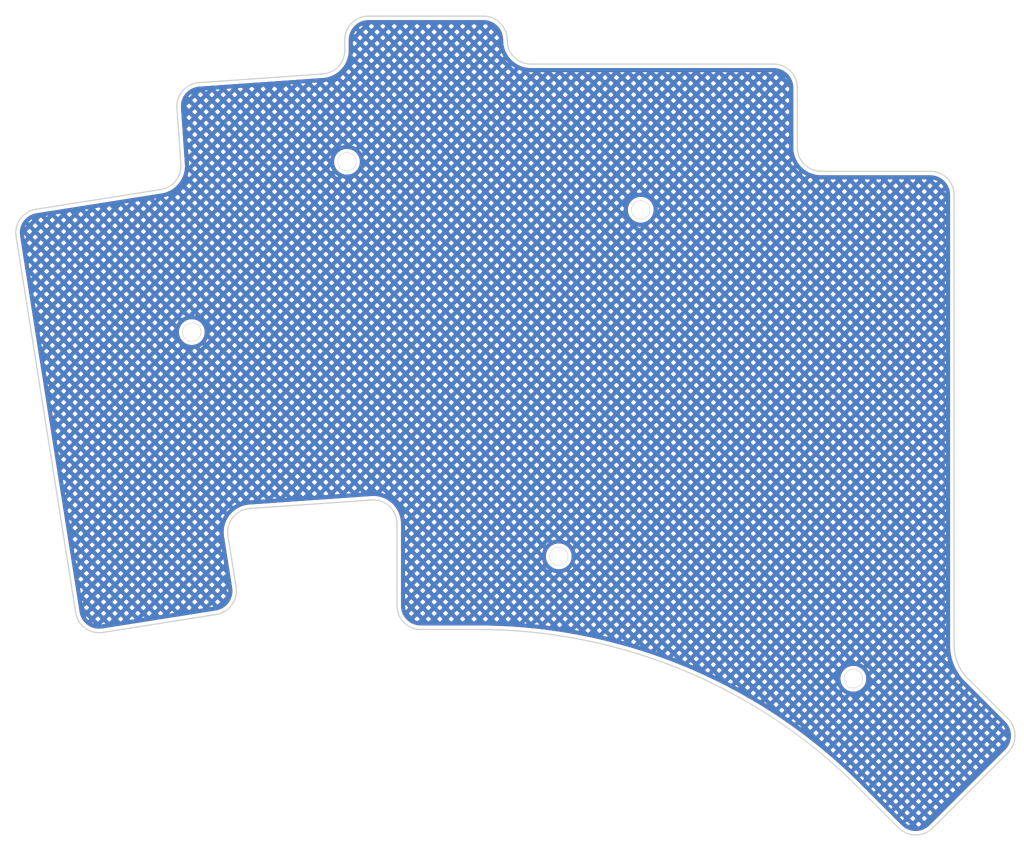
<source format=kicad_pcb>
(kicad_pcb (version 20241229) (generator "pcbnew") (generator_version "9.0")
  (title_block (title "back_plate_40") (date "2026-01-12") (rev "1") (company "Curtis Bollinger"))
  (layers (0 "F.Cu" signal) (2 "B.Cu" signal) (13 "F.Paste" user) (15 "B.Paste" user) (5 "F.SilkS" user "F.Silkscreen") (7 "B.SilkS" user "B.Silkscreen") (1 "F.Mask" user) (3 "B.Mask" user) (25 "Edge.Cuts" user))
  (net 0 "")
  (net 1 "GND")
  (footprint "ceoloide:mounting_hole_npth" (layer "F.Cu") (at 153.966131 104.777683 -30)
    (property "Reference" "MH3" (hide yes))
    (property "Value" "")
    (pad "" np_thru_hole circle (at 0 0 330) (size 2.2 2.2) (drill 2.2) (layers "*.Cu" "*.Mask"))
  )
  (footprint "ceoloide:mounting_hole_npth" (layer "F.Cu") (at 91.139872 40.635966)
    (property "Reference" "MH1" (hide yes))
    (property "Value" "")
    (pad "" np_thru_hole circle (at 0 0) (size 2.2 2.2) (drill 2.2) (layers "*.Cu" "*.Mask"))
  )
  (footprint "ceoloide:mounting_hole_npth" (layer "F.Cu") (at 117.419872 89.585966)
    (property "Reference" "MH4" (hide yes))
    (property "Value" "")
    (pad "" np_thru_hole circle (at 0 0) (size 2.2 2.2) (drill 2.2) (layers "*.Cu" "*.Mask"))
  )
  (footprint "ceoloide:mounting_hole_npth" (layer "F.Cu") (at 71.888239 61.765191 9)
    (property "Reference" "MH5" (hide yes))
    (property "Value" "")
    (pad "" np_thru_hole circle (at 0 0 9) (size 2.2 2.2) (drill 2.2) (layers "*.Cu" "*.Mask"))
  )
  (footprint "ceoloide:mounting_hole_npth" (layer "F.Cu") (at 127.589872 46.585966)
    (property "Reference" "MH2" (hide yes))
    (property "Value" "")
    (pad "" np_thru_hole circle (at 0 0) (size 2.2 2.2) (drill 2.2) (layers "*.Cu" "*.Mask"))
  )
  (gr_arc (start 149.965372 41.810966) (mid 147.879437 40.946919) (end 147.015372 38.860966) (stroke (width 0.15)) (layer "Edge.Cuts"))
  (gr_arc (start 144.065372 28.510466) (mid 146.151367 29.374489) (end 147.015372 31.460466) (stroke (width 0.15)) (layer "Edge.Cuts"))
  (gr_arc (start 113.965372 28.510466) (mid 111.879437 27.646419) (end 111.015372 25.560466) (stroke (width 0.15)) (layer "Edge.Cuts"))
  (gr_line (start 123.688441 100.687205) (end 125.562726 101.189418) (stroke (width 0.15)) (layer "Edge.Cuts"))
  (gr_line (start 108.065372 22.560466) (end 93.814372 22.560466) (stroke (width 0.15)) (layer "Edge.Cuts"))
  (gr_line (start 168.032417 104.617381) (end 173.157748 109.752029) (stroke (width 0.15)) (layer "Edge.Cuts"))
  (gr_line (start 90.864372 26.798254) (end 90.864372 25.510466) (stroke (width 0.15)) (layer "Edge.Cuts"))
  (gr_line (start 111.015372 25.560466) (end 111.015372 25.510466) (stroke (width 0.15)) (layer "Edge.Cuts"))
  (gr_arc (start 77.38342 93.420788) (mid 76.856355 95.616265) (end 74.931221 96.795951) (stroke (width 0.15)) (layer "Edge.Cuts"))
  (gr_line (start 147.015372 38.860966) (end 147.015372 31.460466) (stroke (width 0.15)) (layer "Edge.Cuts"))
  (gr_arc (start 100.294372 98.661466) (mid 98.208437 97.797419) (end 97.344372 95.711466) (stroke (width 0.15)) (layer "Edge.Cuts"))
  (gr_arc (start 125.562726 101.189418) (mid 132.879259 103.732609) (end 139.851136 107.107871) (stroke (width 0.15)) (layer "Edge.Cuts"))
  (gr_circle (center 91.139872 40.635966) (end 92.239872 40.635966) (stroke (width 0.15)) (fill no) (layer "Edge.Cuts"))
  (gr_arc (start 163.784089 123.29383) (mid 161.698124 124.157865) (end 159.612159 123.29383) (stroke (width 0.15)) (layer "Edge.Cuts"))
  (gr_line (start 163.784089 123.29383) (end 173.155854 113.922064) (stroke (width 0.15)) (layer "Edge.Cuts"))
  (gr_line (start 97.344372 85.540325) (end 97.344372 95.711466) (stroke (width 0.15)) (layer "Edge.Cuts"))
  (gr_circle (center 153.966131 104.777683) (end 155.066131 104.777683) (stroke (width 0.15)) (fill no) (layer "Edge.Cuts"))
  (gr_line (start 166.464872 100.619079) (end 166.464872 44.760966) (stroke (width 0.15)) (layer "Edge.Cuts"))
  (gr_circle (center 117.419872 89.585966) (end 118.519872 89.585966) (stroke (width 0.15)) (fill no) (layer "Edge.Cuts"))
  (gr_arc (start 94.18859 82.597511) (mid 96.406278 83.382822) (end 97.344372 85.540325) (stroke (width 0.15)) (layer "Edge.Cuts"))
  (gr_arc (start 70.533592 40.952475) (mid 69.899489 42.994695) (end 68.05226 44.071937) (stroke (width 0.15)) (layer "Edge.Cuts"))
  (gr_line (start 52.541026 46.528675) (end 68.05226 44.071937) (stroke (width 0.15)) (layer "Edge.Cuts"))
  (gr_arc (start 167.875679 104.447544) (mid 166.828809 102.659145) (end 166.464872 100.619079) (stroke (width 0.15)) (layer "Edge.Cuts"))
  (gr_line (start 50.088827 49.903838) (end 57.480512 96.573099) (stroke (width 0.15)) (layer "Edge.Cuts"))
  (gr_arc (start 173.157748 109.752029) (mid 174.019893 111.837439) (end 173.155854 113.922064) (stroke (width 0.15)) (layer "Edge.Cuts"))
  (gr_arc (start 90.864372 26.798254) (mid 90.07188 28.810168) (end 88.120154 29.741068) (stroke (width 0.15)) (layer "Edge.Cuts"))
  (gr_arc (start 141.531574 108.078072) (mid 148.324368 112.724983) (end 154.492341 118.174012) (stroke (width 0.15)) (layer "Edge.Cuts"))
  (gr_line (start 113.965372 28.510466) (end 144.065372 28.510466) (stroke (width 0.15)) (layer "Edge.Cuts"))
  (gr_arc (start 107.384887 98.661466) (mid 115.599348 99.169839) (end 123.688441 100.687205) (stroke (width 0.15)) (layer "Edge.Cuts"))
  (gr_line (start 154.492341 118.174012) (end 159.612159 123.29383) (stroke (width 0.15)) (layer "Edge.Cuts"))
  (gr_line (start 100.294372 98.661466) (end 107.384887 98.661466) (stroke (width 0.15)) (layer "Edge.Cuts"))
  (gr_line (start 77.38342 93.420788) (end 76.375662 87.058053) (stroke (width 0.15)) (layer "Edge.Cuts"))
  (gr_arc (start 163.514872 41.810966) (mid 165.600867 42.674989) (end 166.464872 44.760966) (stroke (width 0.15)) (layer "Edge.Cuts"))
  (gr_line (start 70.044786 33.962224) (end 70.533592 40.952475) (stroke (width 0.15)) (layer "Edge.Cuts"))
  (gr_arc (start 108.065372 22.560466) (mid 110.151367 23.424489) (end 111.015372 25.510466) (stroke (width 0.15)) (layer "Edge.Cuts"))
  (gr_line (start 72.781819 30.813629) (end 88.120154 29.741068) (stroke (width 0.15)) (layer "Edge.Cuts"))
  (gr_circle (center 127.589872 46.585966) (end 128.689872 46.585966) (stroke (width 0.15)) (fill no) (layer "Edge.Cuts"))
  (gr_line (start 163.514872 41.810966) (end 149.965372 41.810966) (stroke (width 0.15)) (layer "Edge.Cuts"))
  (gr_arc (start 50.088827 49.903838) (mid 50.615928 47.708419) (end 52.541026 46.528675) (stroke (width 0.15)) (layer "Edge.Cuts"))
  (gr_circle (center 71.888239 61.765191) (end 72.988239 61.765191) (stroke (width 0.15)) (fill no) (layer "Edge.Cuts"))
  (gr_arc (start 70.044786 33.962225) (mid 70.761189 31.821041) (end 72.781819 30.813629) (stroke (width 0.15)) (layer "Edge.Cuts"))
  (gr_line (start 139.851136 107.107871) (end 141.531574 108.078073) (stroke (width 0.15)) (layer "Edge.Cuts"))
  (gr_arc (start 60.855675 99.025298) (mid 58.660227 98.498215) (end 57.480512 96.573099) (stroke (width 0.15)) (layer "Edge.Cuts"))
  (gr_line (start 79.083561 83.653758) (end 94.18859 82.597511) (stroke (width 0.15)) (layer "Edge.Cuts"))
  (gr_arc (start 90.864372 25.510466) (mid 91.728417 23.424513) (end 93.814372 22.560466) (stroke (width 0.15)) (layer "Edge.Cuts"))
  (gr_arc (start 168.032417 104.617382) (mid 167.952384 104.533999) (end 167.875679 104.447544) (stroke (width 0.15)) (layer "Edge.Cuts"))
  (gr_line (start 60.855675 99.025298) (end 74.931221 96.795951) (stroke (width 0.15)) (layer "Edge.Cuts"))
  (gr_arc (start 76.375662 87.058053) (mid 76.980663 84.760185) (end 79.083561 83.653758) (stroke (width 0.15)) (layer "Edge.Cuts"))
  (zone (net 1) (net_name "GND") (layer "F.Cu") (connect_pads (clearance 0.2)) (min_thickness 0.2) (fill yes (mode hatch) (thermal_gap 0.254) (thermal_bridge_width 0.4) (smoothing fillet) (radius 0.5) (hatch_thickness 0.5) (hatch_gap 0.5) (hatch_orientation 45) (hatch_smoothing_level 1) (hatch_smoothing_value 0.1) (hatch_border_algorithm hatch_thickness) (hatch_min_hole_area 0.3))
    (polygon (pts (xy 48.088827 20.560466) (xy 175.157748 20.560466) (xy 175.157748 125.29383) (xy 48.088827 125.29383)))
  )
  (zone (net 1) (net_name "GND") (layer "B.Cu") (connect_pads (clearance 0.2)) (min_thickness 0.2) (fill yes (mode hatch) (thermal_gap 0.254) (thermal_bridge_width 0.4) (smoothing fillet) (radius 0.5) (hatch_thickness 0.5) (hatch_gap 0.5) (hatch_orientation 45) (hatch_smoothing_level 1) (hatch_smoothing_value 0.1) (hatch_border_algorithm hatch_thickness) (hatch_min_hole_area 0.3))
    (polygon (pts (xy 48.088827 20.560466) (xy 175.157748 20.560466) (xy 175.157748 125.29383) (xy 48.088827 125.29383)))
  )
)
</source>
